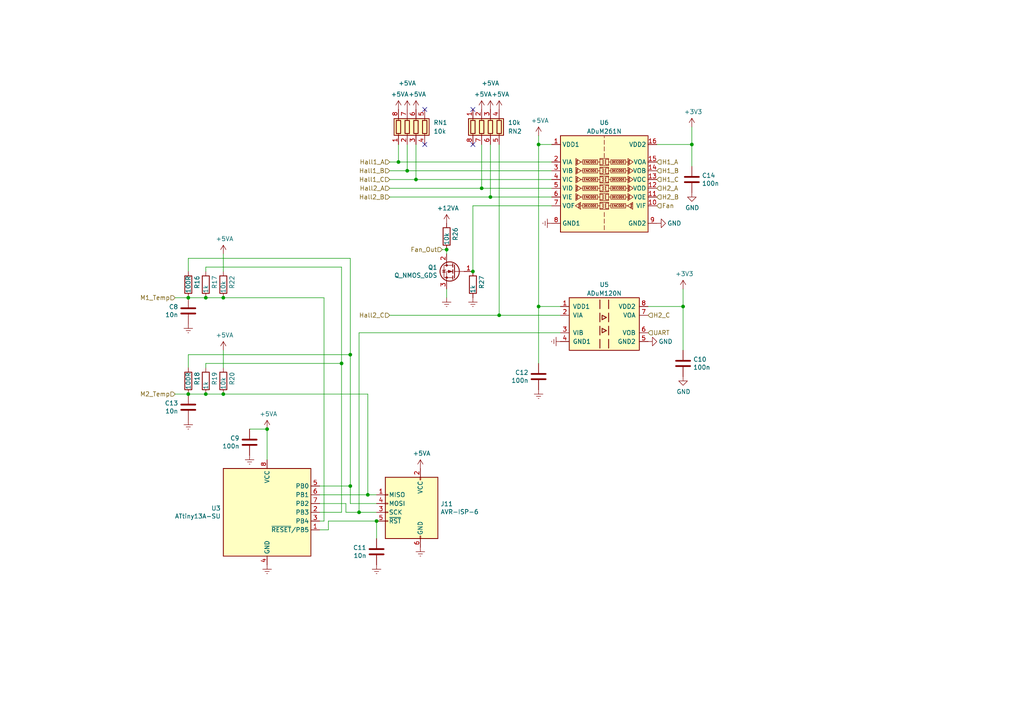
<source format=kicad_sch>
(kicad_sch (version 20230121) (generator eeschema)
  (paper "A4")
  (title_block (title "HSWR HAL Filters") (date "2017-02-05") (rev "4.0"))
  (lib_symbols
    (symbol "Connector:AVR-ISP-6" (pin_names (offset 1.016))
      (property "Reference" "J" (at -6.35 11.43 0))
      (property "Value" "AVR-ISP-6" (at 0 11.43 0))
      (symbol "AVR-ISP-6_0_1"
        (rectangle (start -2.667 -6.858) (end -2.413 -7.62))
        (rectangle (start -2.667 10.16) (end -2.413 9.398))
        (rectangle (start 7.62 -2.413) (end 6.858 -2.667))
        (rectangle (start 7.62 0.127) (end 6.858 -0.127))
        (rectangle (start 7.62 2.667) (end 6.858 2.413))
        (rectangle (start 7.62 5.207) (end 6.858 4.953))
        (rectangle (start 7.62 10.16) (end -7.62 -7.62) (stroke (width 0.254)) (fill (type background)))
      )
      (symbol "AVR-ISP-6_1_1"
        (pin passive line (at 10.16 5.08 180) (length 2.54) (name "MISO") (number "1"))
        (pin passive line (at -2.54 12.7 270) (length 2.54) (name "VCC") (number "2"))
        (pin passive line (at 10.16 0 180) (length 2.54) (name "SCK") (number "3"))
        (pin passive line (at 10.16 2.54 180) (length 2.54) (name "MOSI") (number "4"))
        (pin passive line (at 10.16 -2.54 180) (length 2.54) (name "~{RST}") (number "5"))
        (pin passive line (at -2.54 -10.16 90) (length 2.54) (name "GND") (number "6"))
      )
    )
    (symbol "Device:C" (pin_numbers hide) (pin_names (offset 0.254))
      (property "Reference" "C" (at 0.635 2.54 0))
      (property "Value" "C" (at 0.635 -2.54 0))
      (symbol "C_0_1"
        (polyline (pts (xy -2.032 -0.762) (xy 2.032 -0.762)) (stroke (width 0.508)))
        (polyline (pts (xy -2.032 0.762) (xy 2.032 0.762)) (stroke (width 0.508)))
      )
      (symbol "C_1_1"
        (pin passive line (at 0 3.81 270) (length 2.794) (name "~") (number "1"))
        (pin passive line (at 0 -3.81 90) (length 2.794) (name "~") (number "2"))
      )
    )
    (symbol "Device:Q_NMOS_GDS" (pin_names (offset 0) hide)
      (property "Reference" "Q" (at 5.08 1.27 0))
      (property "Value" "Q_NMOS_GDS" (at 5.08 -1.27 0))
      (symbol "Q_NMOS_GDS_0_1"
        (polyline (pts (xy 0.254 0) (xy -2.54 0)))
        (polyline (pts (xy 0.254 1.905) (xy 0.254 -1.905)) (stroke (width 0.254)))
        (polyline (pts (xy 0.762 -1.27) (xy 0.762 -2.286)) (stroke (width 0.254)))
        (polyline (pts (xy 0.762 0.508) (xy 0.762 -0.508)) (stroke (width 0.254)))
        (polyline (pts (xy 0.762 2.286) (xy 0.762 1.27)) (stroke (width 0.254)))
        (polyline (pts (xy 2.54 2.54) (xy 2.54 1.778)))
        (polyline (pts (xy 2.54 -2.54) (xy 2.54 0) (xy 0.762 0)))
        (polyline (pts (xy 0.762 -1.778) (xy 3.302 -1.778) (xy 3.302 1.778) (xy 0.762 1.778)))
        (polyline (pts (xy 1.016 0) (xy 2.032 0.381) (xy 2.032 -0.381) (xy 1.016 0)) (fill (type outline)))
        (polyline (pts (xy 2.794 0.508) (xy 2.921 0.381) (xy 3.683 0.381) (xy 3.81 0.254)))
        (polyline (pts (xy 3.302 0.381) (xy 2.921 -0.254) (xy 3.683 -0.254) (xy 3.302 0.381)))
        (circle (center 1.651 0) (radius 2.794) (stroke (width 0.254)))
        (circle (center 2.54 -1.778) (radius 0.254) (fill (type outline)))
        (circle (center 2.54 1.778) (radius 0.254) (fill (type outline)))
      )
      (symbol "Q_NMOS_GDS_1_1"
        (pin input line (at -5.08 0 0) (length 2.54) (name "G") (number "1"))
        (pin passive line (at 2.54 5.08 270) (length 2.54) (name "D") (number "2"))
        (pin passive line (at 2.54 -5.08 90) (length 2.54) (name "S") (number "3"))
      )
    )
    (symbol "Device:R" (pin_numbers hide) (pin_names (offset 0))
      (property "Reference" "R" (at 2.032 0 90))
      (property "Value" "R" (at 0 0 90))
      (symbol "R_0_1"
        (rectangle (start -1.016 -2.54) (end 1.016 2.54) (stroke (width 0.254)))
      )
      (symbol "R_1_1"
        (pin passive line (at 0 3.81 270) (length 1.27) (name "~") (number "1"))
        (pin passive line (at 0 -3.81 90) (length 1.27) (name "~") (number "2"))
      )
    )
    (symbol "Device:R_Pack04" (pin_names (offset 0) hide)
      (property "Reference" "RN" (at -7.62 0 90))
      (property "Value" "R_Pack04" (at 5.08 0 90))
      (symbol "R_Pack04_0_1"
        (rectangle (start -6.35 -2.413) (end 3.81 2.413) (stroke (width 0.254)) (fill (type background)))
        (rectangle (start -5.715 1.905) (end -4.445 -1.905) (stroke (width 0.254)))
        (rectangle (start -3.175 1.905) (end -1.905 -1.905) (stroke (width 0.254)))
        (rectangle (start -0.635 1.905) (end 0.635 -1.905) (stroke (width 0.254)))
        (polyline (pts (xy -5.08 -2.54) (xy -5.08 -1.905)))
        (polyline (pts (xy -5.08 1.905) (xy -5.08 2.54)))
        (polyline (pts (xy -2.54 -2.54) (xy -2.54 -1.905)))
        (polyline (pts (xy -2.54 1.905) (xy -2.54 2.54)))
        (polyline (pts (xy 0 -2.54) (xy 0 -1.905)))
        (polyline (pts (xy 0 1.905) (xy 0 2.54)))
        (polyline (pts (xy 2.54 -2.54) (xy 2.54 -1.905)))
        (polyline (pts (xy 2.54 1.905) (xy 2.54 2.54)))
        (rectangle (start 1.905 1.905) (end 3.175 -1.905) (stroke (width 0.254)))
      )
      (symbol "R_Pack04_1_1"
        (pin passive line (at -5.08 -5.08 90) (length 2.54) (name "R1.1") (number "1"))
        (pin passive line (at -2.54 -5.08 90) (length 2.54) (name "R2.1") (number "2"))
        (pin passive line (at 0 -5.08 90) (length 2.54) (name "R3.1") (number "3"))
        (pin passive line (at 2.54 -5.08 90) (length 2.54) (name "R4.1") (number "4"))
        (pin passive line (at 2.54 5.08 270) (length 2.54) (name "R4.2") (number "5"))
        (pin passive line (at 0 5.08 270) (length 2.54) (name "R3.2") (number "6"))
        (pin passive line (at -2.54 5.08 270) (length 2.54) (name "R2.2") (number "7"))
        (pin passive line (at -5.08 5.08 270) (length 2.54) (name "R1.2") (number "8"))
      )
    )
    (symbol "Isolator:ADuM120N" (pin_names (offset 1.016))
      (property "Reference" "U" (at -10.16 8.89 0))
      (property "Value" "ADuM120N" (at -2.032 8.89 0))
      (symbol "ADuM120N_0_1"
        (rectangle (start -10.16 7.62) (end 10.16 -7.62) (stroke (width 0.254)) (fill (type background)))
        (polyline (pts (xy -1.27 -4.445) (xy -1.27 -6.985)) (stroke (width 0.254)))
        (polyline (pts (xy -1.27 -0.635) (xy -1.27 -3.175)) (stroke (width 0.254)))
        (polyline (pts (xy -1.27 3.175) (xy -1.27 0.635)) (stroke (width 0.254)))
        (polyline (pts (xy -1.27 6.985) (xy -1.27 4.445)) (stroke (width 0.254)))
        (polyline (pts (xy 1.27 -4.445) (xy 1.27 -6.985)) (stroke (width 0.254)))
        (polyline (pts (xy 1.27 -0.635) (xy 1.27 -3.175)) (stroke (width 0.254)))
        (polyline (pts (xy 1.27 3.175) (xy 1.27 0.635)) (stroke (width 0.254)))
        (polyline (pts (xy 1.27 6.985) (xy 1.27 4.445)) (stroke (width 0.254)))
        (polyline (pts (xy -0.635 -1.27) (xy -0.635 -2.54) (xy 0.635 -1.905) (xy -0.635 -1.27)) (stroke (width 0.254)))
        (polyline (pts (xy -0.635 1.27) (xy 0.635 1.905) (xy -0.635 2.54) (xy -0.635 1.27)) (stroke (width 0.254)))
      )
      (symbol "ADuM120N_1_1"
        (pin power_in line (at -12.7 5.08 0) (length 2.54) (name "VDD1") (number "1"))
        (pin input line (at -12.7 2.54 0) (length 2.54) (name "VIA") (number "2"))
        (pin input line (at -12.7 -2.54 0) (length 2.54) (name "VIB") (number "3"))
        (pin power_in line (at -12.7 -5.08 0) (length 2.54) (name "GND1") (number "4"))
        (pin power_in line (at 12.7 -5.08 180) (length 2.54) (name "GND2") (number "5"))
        (pin output line (at 12.7 -2.54 180) (length 2.54) (name "VOB") (number "6"))
        (pin output line (at 12.7 2.54 180) (length 2.54) (name "VOA") (number "7"))
        (pin power_in line (at 12.7 5.08 180) (length 2.54) (name "VDD2") (number "8"))
      )
    )
    (symbol "Isolator:ADuM261N"
      (property "Reference" "U" (at -11.43 16.51 0))
      (property "Value" "ADuM261N" (at 7.62 16.51 0))
      (symbol "ADuM261N_1_0"
        (rectangle (start -1.27 -4.064) (end 1.27 -6.096))
        (rectangle (start -1.27 -1.524) (end 1.27 -3.556))
        (rectangle (start -1.27 1.016) (end 1.27 -1.016))
        (rectangle (start -1.27 3.556) (end 1.27 1.524))
        (rectangle (start -1.27 6.096) (end 1.27 4.064))
        (rectangle (start -1.27 8.636) (end 1.27 6.604))
        (arc (start -0.508 -5.842) (mid -0.2551 -5.588) (end -0.508 -5.334))
        (arc (start -0.508 -5.334) (mid -0.2551 -5.08) (end -0.508 -4.826))
        (arc (start -0.508 -4.826) (mid -0.2551 -4.572) (end -0.508 -4.318))
        (arc (start -0.508 -3.302) (mid -0.2551 -3.048) (end -0.508 -2.794))
        (arc (start -0.508 -2.794) (mid -0.2551 -2.54) (end -0.508 -2.286))
        (arc (start -0.508 -2.286) (mid -0.2551 -2.032) (end -0.508 -1.778))
        (arc (start -0.508 -0.762) (mid -0.2551 -0.508) (end -0.508 -0.254))
        (arc (start -0.508 -0.254) (mid -0.2551 0) (end -0.508 0.254))
        (arc (start -0.508 0.254) (mid -0.2551 0.508) (end -0.508 0.762))
        (arc (start -0.508 1.778) (mid -0.2551 2.032) (end -0.508 2.286))
        (arc (start -0.508 2.286) (mid -0.2551 2.54) (end -0.508 2.794))
        (arc (start -0.508 2.794) (mid -0.2551 3.048) (end -0.508 3.302))
        (arc (start -0.508 4.318) (mid -0.2551 4.572) (end -0.508 4.826))
        (arc (start -0.508 4.826) (mid -0.2551 5.08) (end -0.508 5.334))
        (arc (start -0.508 5.334) (mid -0.2551 5.588) (end -0.508 5.842))
        (arc (start -0.508 6.858) (mid -0.2551 7.112) (end -0.508 7.366))
        (arc (start -0.508 7.366) (mid -0.2551 7.62) (end -0.508 7.874))
        (arc (start -0.508 7.874) (mid -0.2551 8.128) (end -0.508 8.382))
        (polyline (pts (xy -6.223 -5.08) (xy -6.858 -5.08)))
        (polyline (pts (xy -6.223 -2.54) (xy -6.858 -2.54)))
        (polyline (pts (xy -6.223 0) (xy -6.858 0)))
        (polyline (pts (xy -6.223 2.54) (xy -6.858 2.54)))
        (polyline (pts (xy -6.223 5.08) (xy -6.858 5.08)))
        (polyline (pts (xy -6.223 7.62) (xy -6.858 7.62)))
        (polyline (pts (xy -1.905 -5.08) (xy -1.27 -5.08)))
        (polyline (pts (xy -1.905 -2.54) (xy -1.27 -2.54)))
        (polyline (pts (xy -1.905 0) (xy -1.27 0)))
        (polyline (pts (xy -1.905 2.54) (xy -1.27 2.54)))
        (polyline (pts (xy -1.905 5.08) (xy -1.27 5.08)))
        (polyline (pts (xy -1.905 7.62) (xy -1.27 7.62)))
        (polyline (pts (xy -1.27 -5.842) (xy -0.508 -5.842)))
        (polyline (pts (xy -1.27 -4.318) (xy -0.508 -4.318)))
        (polyline (pts (xy -1.27 -3.302) (xy -0.508 -3.302)))
        (polyline (pts (xy -1.27 -1.778) (xy -0.508 -1.778)))
        (polyline (pts (xy -1.27 -0.762) (xy -0.508 -0.762)))
        (polyline (pts (xy -1.27 0.762) (xy -0.508 0.762)))
        (polyline (pts (xy -1.27 1.778) (xy -0.508 1.778)))
        (polyline (pts (xy -1.27 3.302) (xy -0.508 3.302)))
        (polyline (pts (xy -1.27 4.318) (xy -0.508 4.318)))
        (polyline (pts (xy -1.27 5.842) (xy -0.508 5.842)))
        (polyline (pts (xy -1.27 6.858) (xy -0.508 6.858)))
        (polyline (pts (xy -1.27 8.382) (xy -0.508 8.382)))
        (polyline (pts (xy 0 -10.795) (xy 0 -12.065)))
        (polyline (pts (xy 0 -8.89) (xy 0 -10.16)))
        (polyline (pts (xy 0 -6.985) (xy 0 -8.255)))
        (polyline (pts (xy 0 8.89) (xy 0 10.16)))
        (polyline (pts (xy 0 12.065) (xy 0 10.795)))
        (polyline (pts (xy 0 13.97) (xy 0 12.7)))
        (polyline (pts (xy 0 14.605) (xy 0 15.24)))
        (polyline (pts (xy 1.27 -5.842) (xy 0.508 -5.842)))
        (polyline (pts (xy 1.27 -4.318) (xy 0.508 -4.318)))
        (polyline (pts (xy 1.27 -3.302) (xy 0.508 -3.302)))
        (polyline (pts (xy 1.27 -1.778) (xy 0.508 -1.778)))
        (polyline (pts (xy 1.27 -0.762) (xy 0.508 -0.762)))
        (polyline (pts (xy 1.27 0.762) (xy 0.508 0.762)))
        (polyline (pts (xy 1.27 1.778) (xy 0.508 1.778)))
        (polyline (pts (xy 1.27 3.302) (xy 0.508 3.302)))
        (polyline (pts (xy 1.27 4.318) (xy 0.508 4.318)))
        (polyline (pts (xy 1.27 5.842) (xy 0.508 5.842)))
        (polyline (pts (xy 1.27 6.858) (xy 0.508 6.858)))
        (polyline (pts (xy 1.27 8.382) (xy 0.508 8.382)))
        (polyline (pts (xy 1.905 -5.08) (xy 1.27 -5.08)))
        (polyline (pts (xy 1.905 -2.54) (xy 1.27 -2.54)))
        (polyline (pts (xy 1.905 0) (xy 1.27 0)))
        (polyline (pts (xy 1.905 2.54) (xy 1.27 2.54)))
        (polyline (pts (xy 1.905 5.08) (xy 1.27 5.08)))
        (polyline (pts (xy 1.905 7.62) (xy 1.27 7.62)))
        (polyline (pts (xy 6.223 -5.08) (xy 6.858 -5.08)))
        (polyline (pts (xy 6.223 -2.54) (xy 6.858 -2.54)))
        (polyline (pts (xy 6.223 0) (xy 6.858 0)))
        (polyline (pts (xy 6.223 2.54) (xy 6.858 2.54)))
        (polyline (pts (xy 6.223 5.08) (xy 6.858 5.08)))
        (polyline (pts (xy 6.223 7.62) (xy 6.858 7.62)))
        (arc (start 0.508 -5.334) (mid 0.2551 -5.588) (end 0.508 -5.842))
        (arc (start 0.508 -4.826) (mid 0.2551 -5.08) (end 0.508 -5.334))
        (arc (start 0.508 -4.318) (mid 0.2551 -4.572) (end 0.508 -4.826))
        (arc (start 0.508 -2.794) (mid 0.2551 -3.048) (end 0.508 -3.302))
        (arc (start 0.508 -2.286) (mid 0.2551 -2.54) (end 0.508 -2.794))
        (arc (start 0.508 -1.778) (mid 0.2551 -2.032) (end 0.508 -2.286))
        (arc (start 0.508 -0.254) (mid 0.2551 -0.508) (end 0.508 -0.762))
        (arc (start 0.508 0.254) (mid 0.2551 0) (end 0.508 -0.254))
        (arc (start 0.508 0.762) (mid 0.2551 0.508) (end 0.508 0.254))
        (arc (start 0.508 2.286) (mid 0.2551 2.032) (end 0.508 1.778))
        (arc (start 0.508 2.794) (mid 0.2551 2.54) (end 0.508 2.286))
        (arc (start 0.508 3.302) (mid 0.2551 3.048) (end 0.508 2.794))
        (arc (start 0.508 4.826) (mid 0.2551 4.572) (end 0.508 4.318))
        (arc (start 0.508 5.334) (mid 0.2551 5.08) (end 0.508 4.826))
        (arc (start 0.508 5.842) (mid 0.2551 5.588) (end 0.508 5.334))
        (arc (start 0.508 7.366) (mid 0.2551 7.112) (end 0.508 6.858))
        (arc (start 0.508 7.874) (mid 0.2551 7.62) (end 0.508 7.366))
        (arc (start 0.508 8.382) (mid 0.2551 8.128) (end 0.508 7.874))
        (rectangle (start 1.905 -4.445) (end 6.223 -5.715))
        (rectangle (start 1.905 -1.905) (end 6.223 -3.175))
        (rectangle (start 1.905 0.635) (end 6.223 -0.635))
        (rectangle (start 1.905 3.175) (end 6.223 1.905))
        (rectangle (start 1.905 5.715) (end 6.223 4.445))
        (rectangle (start 1.905 8.255) (end 6.223 6.985))
        (text "DECODE" (at -4.064 -5.08 0) (effects (font (size 0.635 0.635))))
        (text "DECODE" (at 4.064 -2.54 0) (effects (font (size 0.635 0.635))))
        (text "DECODE" (at 4.064 0 0) (effects (font (size 0.635 0.635))))
        (text "DECODE" (at 4.064 2.54 0) (effects (font (size 0.635 0.635))))
        (text "DECODE" (at 4.064 5.08 0) (effects (font (size 0.635 0.635))))
        (text "DECODE" (at 4.064 7.62 0) (effects (font (size 0.635 0.635))))
        (text "ENCODE" (at -4.064 -2.54 0) (effects (font (size 0.635 0.635))))
        (text "ENCODE" (at -4.064 0 0) (effects (font (size 0.635 0.635))))
        (text "ENCODE" (at -4.064 2.54 0) (effects (font (size 0.635 0.635))))
        (text "ENCODE" (at -4.064 5.08 0) (effects (font (size 0.635 0.635))))
        (text "ENCODE" (at -4.064 7.62 0) (effects (font (size 0.635 0.635))))
        (text "ENCODE" (at 4.064 -5.08 0) (effects (font (size 0.635 0.635))))
      )
      (symbol "ADuM261N_1_1"
        (rectangle (start -12.7 15.24) (end 12.7 -12.7) (stroke (width 0.254)) (fill (type background)))
        (rectangle (start -1.905 -4.445) (end -6.223 -5.715))
        (rectangle (start -1.905 -1.905) (end -6.223 -3.175))
        (rectangle (start -1.905 0.635) (end -6.223 -0.635))
        (rectangle (start -1.905 3.175) (end -6.223 1.905))
        (rectangle (start -1.905 5.715) (end -6.223 4.445))
        (rectangle (start -1.905 8.255) (end -6.223 6.985))
        (polyline (pts (xy -8.001 -2.032) (xy -7.62 -2.032)))
        (polyline (pts (xy -8.001 0.508) (xy -7.62 0.508)))
        (polyline (pts (xy -8.001 3.048) (xy -7.62 3.048)))
        (polyline (pts (xy -8.001 5.588) (xy -7.62 5.588)))
        (polyline (pts (xy -8.001 8.128) (xy -7.62 8.128)))
        (polyline (pts (xy -7.366 -4.572) (xy -6.985 -4.572)))
        (polyline (pts (xy 7.112 -2.032) (xy 7.493 -2.032)))
        (polyline (pts (xy 7.112 0.508) (xy 7.493 0.508)))
        (polyline (pts (xy 7.112 3.048) (xy 7.493 3.048)))
        (polyline (pts (xy 7.112 5.588) (xy 7.493 5.588)))
        (polyline (pts (xy 7.112 8.128) (xy 7.493 8.128)))
        (polyline (pts (xy 7.747 -4.572) (xy 8.128 -4.572)))
        (polyline (pts (xy -8.0518 -3.048) (xy -7.7978 -3.048) (xy -7.7978 -2.032)))
        (polyline (pts (xy -8.0518 -0.508) (xy -7.7978 -0.508) (xy -7.7978 0.508)))
        (polyline (pts (xy -8.0518 2.032) (xy -7.7978 2.032) (xy -7.7978 3.048)))
        (polyline (pts (xy -8.0518 4.572) (xy -7.7978 4.572) (xy -7.7978 5.588)))
        (polyline (pts (xy -8.0518 7.112) (xy -7.7978 7.112) (xy -7.7978 8.128)))
        (polyline (pts (xy -8.001 -2.032) (xy -8.001 -3.048) (xy -8.128 -3.048)))
        (polyline (pts (xy -8.001 0.508) (xy -8.001 -0.508) (xy -8.128 -0.508)))
        (polyline (pts (xy -8.001 3.048) (xy -8.001 2.032) (xy -8.128 2.032)))
        (polyline (pts (xy -8.001 5.588) (xy -8.001 4.572) (xy -8.128 4.572)))
        (polyline (pts (xy -8.001 8.128) (xy -8.001 7.112) (xy -8.128 7.112)))
        (polyline (pts (xy -7.4168 -5.588) (xy -7.1628 -5.588) (xy -7.1628 -4.572)))
        (polyline (pts (xy -7.366 -4.572) (xy -7.366 -5.588) (xy -7.493 -5.588)))
        (polyline (pts (xy 7.0612 -3.048) (xy 7.3152 -3.048) (xy 7.3152 -2.032)))
        (polyline (pts (xy 7.0612 -0.508) (xy 7.3152 -0.508) (xy 7.3152 0.508)))
        (polyline (pts (xy 7.0612 2.032) (xy 7.3152 2.032) (xy 7.3152 3.048)))
        (polyline (pts (xy 7.0612 4.572) (xy 7.3152 4.572) (xy 7.3152 5.588)))
        (polyline (pts (xy 7.0612 7.112) (xy 7.3152 7.112) (xy 7.3152 8.128)))
        (polyline (pts (xy 7.112 -2.032) (xy 7.112 -3.048) (xy 6.985 -3.048)))
        (polyline (pts (xy 7.112 0.508) (xy 7.112 -0.508) (xy 6.985 -0.508)))
        (polyline (pts (xy 7.112 3.048) (xy 7.112 2.032) (xy 6.985 2.032)))
        (polyline (pts (xy 7.112 5.588) (xy 7.112 4.572) (xy 6.985 4.572)))
        (polyline (pts (xy 7.112 8.128) (xy 7.112 7.112) (xy 6.985 7.112)))
        (polyline (pts (xy 7.6962 -5.588) (xy 7.9502 -5.588) (xy 7.9502 -4.572)))
        (polyline (pts (xy 7.747 -4.572) (xy 7.747 -5.588) (xy 7.62 -5.588)))
        (polyline (pts (xy -8.382 -5.08) (xy -6.858 -4.064) (xy -6.858 -6.096) (xy -8.382 -5.08)))
        (polyline (pts (xy -6.731 -2.54) (xy -8.255 -1.524) (xy -8.255 -3.556) (xy -6.731 -2.54)))
        (polyline (pts (xy -6.731 0) (xy -8.255 1.016) (xy -8.255 -1.016) (xy -6.731 0)))
        (polyline (pts (xy -6.731 2.54) (xy -8.255 3.556) (xy -8.255 1.524) (xy -6.731 2.54)))
        (polyline (pts (xy -6.731 5.08) (xy -8.255 6.096) (xy -8.255 4.064) (xy -6.731 5.08)))
        (polyline (pts (xy -6.731 7.62) (xy -8.255 8.636) (xy -8.255 6.604) (xy -6.731 7.62)))
        (polyline (pts (xy 6.731 -5.08) (xy 8.255 -4.064) (xy 8.255 -6.096) (xy 6.731 -5.08)))
        (polyline (pts (xy 8.382 -2.54) (xy 6.858 -1.524) (xy 6.858 -3.556) (xy 8.382 -2.54)))
        (polyline (pts (xy 8.382 0) (xy 6.858 1.016) (xy 6.858 -1.016) (xy 8.382 0)))
        (polyline (pts (xy 8.382 2.54) (xy 6.858 3.556) (xy 6.858 1.524) (xy 8.382 2.54)))
        (polyline (pts (xy 8.382 5.08) (xy 6.858 6.096) (xy 6.858 4.064) (xy 8.382 5.08)))
        (polyline (pts (xy 8.382 7.62) (xy 6.858 8.636) (xy 6.858 6.604) (xy 8.382 7.62)))
        (pin power_in line (at -15.24 12.7 0) (length 2.54) (name "VDD1") (number "1"))
        (pin input line (at 15.24 -5.08 180) (length 2.54) (name "VIF") (number "10"))
        (pin output line (at 15.24 -2.54 180) (length 2.54) (name "VOE") (number "11"))
        (pin output line (at 15.24 0 180) (length 2.54) (name "VOD") (number "12"))
        (pin output line (at 15.24 2.54 180) (length 2.54) (name "VOC") (number "13"))
        (pin output line (at 15.24 5.08 180) (length 2.54) (name "VOB") (number "14"))
        (pin output line (at 15.24 7.62 180) (length 2.54) (name "VOA") (number "15"))
        (pin power_in line (at 15.24 12.7 180) (length 2.54) (name "VDD2") (number "16"))
        (pin input line (at -15.24 7.62 0) (length 2.54) (name "VIA") (number "2"))
        (pin input line (at -15.24 5.08 0) (length 2.54) (name "VIB") (number "3"))
        (pin input line (at -15.24 2.54 0) (length 2.54) (name "VIC") (number "4"))
        (pin input line (at -15.24 0 0) (length 2.54) (name "VID") (number "5"))
        (pin input line (at -15.24 -2.54 0) (length 2.54) (name "VIE") (number "6"))
        (pin output line (at -15.24 -5.08 0) (length 2.54) (name "VOF") (number "7"))
        (pin power_in line (at -15.24 -10.16 0) (length 2.54) (name "GND1") (number "8"))
        (pin power_in line (at 15.24 -10.16 180) (length 2.54) (name "GND2") (number "9"))
      )
    )
    (symbol "MCU_Microchip_ATtiny:ATtiny13-20S"
      (property "Reference" "U" (at -12.7 13.97 0))
      (property "Value" "ATtiny13-20S" (at 2.54 -13.97 0))
      (symbol "ATtiny13-20S_0_1"
        (rectangle (start -12.7 -12.7) (end 12.7 12.7) (stroke (width 0.254)) (fill (type background)))
      )
      (symbol "ATtiny13-20S_1_1"
        (pin bidirectional line (at 15.24 -5.08 180) (length 2.54) (name "~{RESET}/PB5") (number "1"))
        (pin bidirectional line (at 15.24 0 180) (length 2.54) (name "PB3") (number "2"))
        (pin bidirectional line (at 15.24 -2.54 180) (length 2.54) (name "PB4") (number "3"))
        (pin power_in line (at 0 -15.24 90) (length 2.54) (name "GND") (number "4"))
        (pin bidirectional line (at 15.24 7.62 180) (length 2.54) (name "PB0") (number "5"))
        (pin bidirectional line (at 15.24 5.08 180) (length 2.54) (name "PB1") (number "6"))
        (pin bidirectional line (at 15.24 2.54 180) (length 2.54) (name "PB2") (number "7"))
        (pin power_in line (at 0 15.24 270) (length 2.54) (name "VCC") (number "8"))
      )
    )
    (symbol "power:+12VA" (power) (pin_names (offset 0))
      (property "Value" "+12VA" (at 0 3.556 0))
      (symbol "+12VA_0_1"
        (polyline (pts (xy -0.762 1.27) (xy 0 2.54)))
        (polyline (pts (xy 0 0) (xy 0 2.54)))
        (polyline (pts (xy 0 2.54) (xy 0.762 1.27)))
      )
      (symbol "+12VA_1_1"
        (pin power_in line (at 0 0 90) (length 0) hide (name "+12VA") (number "1"))
      )
    )
    (symbol "power:+3V3" (power) (pin_names (offset 0))
      (property "Value" "+3V3" (at 0 3.556 0))
      (symbol "+3V3_0_1"
        (polyline (pts (xy -0.762 1.27) (xy 0 2.54)))
        (polyline (pts (xy 0 0) (xy 0 2.54)))
        (polyline (pts (xy 0 2.54) (xy 0.762 1.27)))
      )
      (symbol "+3V3_1_1"
        (pin power_in line (at 0 0 90) (length 0) hide (name "+3V3") (number "1"))
      )
    )
    (symbol "power:+5VA" (power) (pin_names (offset 0))
      (property "Value" "+5VA" (at 0 3.556 0))
      (symbol "+5VA_0_1"
        (polyline (pts (xy -0.762 1.27) (xy 0 2.54)))
        (polyline (pts (xy 0 0) (xy 0 2.54)))
        (polyline (pts (xy 0 2.54) (xy 0.762 1.27)))
      )
      (symbol "+5VA_1_1"
        (pin power_in line (at 0 0 90) (length 0) hide (name "+5VA") (number "1"))
      )
    )
    (symbol "power:Earth" (power) (pin_names (offset 0))
      (symbol "Earth_0_1"
        (polyline (pts (xy -0.635 -1.905) (xy 0.635 -1.905)))
        (polyline (pts (xy -0.127 -2.54) (xy 0.127 -2.54)))
        (polyline (pts (xy 0 -1.27) (xy 0 0)))
        (polyline (pts (xy 1.27 -1.27) (xy -1.27 -1.27)))
      )
      (symbol "Earth_1_1"
        (pin power_in line (at 0 0 270) (length 0) hide (name "Earth") (number "1"))
      )
    )
    (symbol "power:GND" (power) (pin_names (offset 0))
      (property "Value" "GND" (at 0 -3.81 0))
      (symbol "GND_0_1"
        (polyline (pts (xy 0 0) (xy 0 -1.27) (xy 1.27 -1.27) (xy 0 -2.54) (xy -1.27 -1.27) (xy 0 -1.27)))
      )
      (symbol "GND_1_1"
        (pin power_in line (at 0 0 270) (length 0) hide (name "GND") (number "1"))
      )
    )
  )
  (junction (at 109.22 151.13))
  (junction (at 64.77 114.3))
  (junction (at 142.24 57.15))
  (junction (at 115.57 46.99))
  (junction (at 64.77 86.36))
  (junction (at 101.6 140.97))
  (junction (at 59.69 86.36))
  (junction (at 129.54 72.39))
  (junction (at 156.21 88.9))
  (junction (at 137.16 78.74))
  (junction (at 156.21 41.91))
  (junction (at 77.47 124.46))
  (junction (at 200.66 41.91))
  (junction (at 54.61 86.36))
  (junction (at 120.65 52.07))
  (junction (at 118.11 49.53))
  (junction (at 198.12 88.9))
  (junction (at 101.6 102.87))
  (junction (at 104.14 148.59))
  (junction (at 144.78 91.44))
  (junction (at 106.68 143.51))
  (junction (at 99.06 105.41))
  (junction (at 139.7 54.61))
  (junction (at 59.69 114.3))
  (junction (at 54.61 114.3))
  (no_connect (at 137.16 41.91))
  (no_connect (at 123.19 41.91))
  (no_connect (at 123.19 31.75))
  (no_connect (at 137.16 31.75))
  (wire (pts (xy 190.5 41.91) (xy 200.66 41.91)))
  (wire (pts (xy 129.54 83.82) (xy 129.54 86.36)))
  (wire (pts (xy 142.24 41.91) (xy 142.24 57.15)))
  (wire (pts (xy 100.33 146.05) (xy 92.71 146.05)))
  (wire (pts (xy 200.66 36.83) (xy 200.66 41.91)))
  (wire (pts (xy 137.16 59.69) (xy 160.02 59.69)))
  (wire (pts (xy 54.61 102.87) (xy 54.61 106.68)))
  (wire (pts (xy 101.6 74.93) (xy 54.61 74.93)))
  (wire (pts (xy 106.68 114.3) (xy 64.77 114.3)))
  (wire (pts (xy 50.8 114.3) (xy 54.61 114.3)))
  (wire (pts (xy 109.22 148.59) (xy 104.14 148.59)))
  (wire (pts (xy 99.06 77.47) (xy 59.69 77.47)))
  (wire (pts (xy 93.98 86.36) (xy 93.98 151.13)))
  (wire (pts (xy 50.8 86.36) (xy 54.61 86.36)))
  (wire (pts (xy 113.03 91.44) (xy 144.78 91.44)))
  (wire (pts (xy 156.21 88.9) (xy 162.56 88.9)))
  (wire (pts (xy 156.21 105.41) (xy 156.21 88.9)))
  (wire (pts (xy 156.21 39.37) (xy 156.21 41.91)))
  (wire (pts (xy 92.71 153.67) (xy 95.25 153.67)))
  (wire (pts (xy 101.6 146.05) (xy 101.6 140.97)))
  (wire (pts (xy 139.7 54.61) (xy 160.02 54.61)))
  (wire (pts (xy 144.78 41.91) (xy 144.78 91.44)))
  (wire (pts (xy 101.6 146.05) (xy 109.22 146.05)))
  (wire (pts (xy 100.33 148.59) (xy 100.33 146.05)))
  (wire (pts (xy 120.65 41.91) (xy 120.65 52.07)))
  (wire (pts (xy 64.77 86.36) (xy 59.69 86.36)))
  (wire (pts (xy 120.65 52.07) (xy 160.02 52.07)))
  (wire (pts (xy 93.98 151.13) (xy 92.71 151.13)))
  (wire (pts (xy 115.57 41.91) (xy 115.57 46.99)))
  (wire (pts (xy 128.27 72.39) (xy 129.54 72.39)))
  (wire (pts (xy 142.24 57.15) (xy 160.02 57.15)))
  (wire (pts (xy 64.77 114.3) (xy 59.69 114.3)))
  (wire (pts (xy 95.25 151.13) (xy 95.25 153.67)))
  (wire (pts (xy 113.03 57.15) (xy 142.24 57.15)))
  (wire (pts (xy 144.78 91.44) (xy 162.56 91.44)))
  (wire (pts (xy 64.77 101.6) (xy 64.77 106.68)))
  (wire (pts (xy 77.47 124.46) (xy 72.39 124.46)))
  (wire (pts (xy 101.6 140.97) (xy 92.71 140.97)))
  (wire (pts (xy 59.69 86.36) (xy 54.61 86.36)))
  (wire (pts (xy 59.69 77.47) (xy 59.69 78.74)))
  (wire (pts (xy 139.7 41.91) (xy 139.7 54.61)))
  (wire (pts (xy 200.66 41.91) (xy 200.66 48.26)))
  (wire (pts (xy 59.69 105.41) (xy 59.69 106.68)))
  (wire (pts (xy 104.14 96.52) (xy 162.56 96.52)))
  (wire (pts (xy 113.03 49.53) (xy 118.11 49.53)))
  (wire (pts (xy 198.12 83.82) (xy 198.12 88.9)))
  (wire (pts (xy 64.77 73.66) (xy 64.77 78.74)))
  (wire (pts (xy 59.69 105.41) (xy 99.06 105.41)))
  (wire (pts (xy 113.03 54.61) (xy 139.7 54.61)))
  (wire (pts (xy 115.57 46.99) (xy 160.02 46.99)))
  (wire (pts (xy 109.22 156.21) (xy 109.22 151.13)))
  (wire (pts (xy 106.68 114.3) (xy 106.68 143.51)))
  (wire (pts (xy 156.21 88.9) (xy 156.21 41.91)))
  (wire (pts (xy 109.22 151.13) (xy 95.25 151.13)))
  (wire (pts (xy 101.6 102.87) (xy 101.6 74.93)))
  (wire (pts (xy 156.21 41.91) (xy 160.02 41.91)))
  (wire (pts (xy 99.06 148.59) (xy 99.06 105.41)))
  (wire (pts (xy 113.03 52.07) (xy 120.65 52.07)))
  (wire (pts (xy 118.11 49.53) (xy 160.02 49.53)))
  (wire (pts (xy 104.14 96.52) (xy 104.14 148.59)))
  (wire (pts (xy 104.14 148.59) (xy 100.33 148.59)))
  (wire (pts (xy 54.61 102.87) (xy 101.6 102.87)))
  (wire (pts (xy 64.77 86.36) (xy 93.98 86.36)))
  (wire (pts (xy 129.54 72.39) (xy 129.54 73.66)))
  (wire (pts (xy 187.96 88.9) (xy 198.12 88.9)))
  (wire (pts (xy 92.71 148.59) (xy 99.06 148.59)))
  (wire (pts (xy 77.47 124.46) (xy 77.47 133.35)))
  (wire (pts (xy 137.16 78.74) (xy 137.16 59.69)))
  (wire (pts (xy 118.11 41.91) (xy 118.11 49.53)))
  (wire (pts (xy 106.68 143.51) (xy 109.22 143.51)))
  (wire (pts (xy 99.06 105.41) (xy 99.06 77.47)))
  (wire (pts (xy 113.03 46.99) (xy 115.57 46.99)))
  (wire (pts (xy 92.71 143.51) (xy 106.68 143.51)))
  (wire (pts (xy 59.69 114.3) (xy 54.61 114.3)))
  (wire (pts (xy 198.12 88.9) (xy 198.12 101.6)))
  (wire (pts (xy 54.61 74.93) (xy 54.61 78.74)))
  (wire (pts (xy 101.6 140.97) (xy 101.6 102.87)))
  (hierarchical_label "M1_Temp" (shape input) (at 50.8 86.36 180))
  (hierarchical_label "H1_A" (shape input) (at 190.5 46.99 0))
  (hierarchical_label "Fan_Out" (shape input) (at 128.27 72.39 180))
  (hierarchical_label "Hall2_B" (shape input) (at 113.03 57.15 180))
  (hierarchical_label "Hall1_B" (shape input) (at 113.03 49.53 180))
  (hierarchical_label "Hall2_A" (shape input) (at 113.03 54.61 180))
  (hierarchical_label "H1_B" (shape input) (at 190.5 49.53 0))
  (hierarchical_label "Fan" (shape input) (at 190.5 59.69 0))
  (hierarchical_label "H2_C" (shape input) (at 187.96 91.44 0))
  (hierarchical_label "H2_B" (shape input) (at 190.5 57.15 0))
  (hierarchical_label "Hall1_C" (shape input) (at 113.03 52.07 180))
  (hierarchical_label "H2_A" (shape input) (at 190.5 54.61 0))
  (hierarchical_label "Hall1_A" (shape input) (at 113.03 46.99 180))
  (hierarchical_label "Hall2_C" (shape input) (at 113.03 91.44 180))
  (hierarchical_label "UART" (shape input) (at 187.96 96.52 0))
  (hierarchical_label "M2_Temp" (shape input) (at 50.8 114.3 180))
  (hierarchical_label "H1_C" (shape input) (at 190.5 52.07 0))
  (symbol (lib_id "power:+3V3") (at 200.66 36.83 0) (unit 1)
    (property "Reference" "#PWR066" (effects hide))
    (property "Value" "+3V3" (at 201.041 32.4358 0))
  )
  (symbol (lib_id "Device:C") (at 200.66 52.07 0) (unit 1)
    (property "Reference" "C14" (at 203.581 50.9016 0) (effects (justify left)))
    (property "Value" "100n" (at 203.581 53.213 0) (effects (justify left)))
    (property "Footprint" "Capacitor_SMD:C_0805_2012Metric" (effects hide))
  )
  (symbol (lib_id "power:GND") (at 200.66 55.88 0) (unit 1)
    (property "Reference" "#PWR067" (effects hide))
    (property "Value" "GND" (at 200.787 60.2742 0))
  )
  (symbol (lib_id "power:+5VA") (at 156.21 39.37 0) (unit 1)
    (property "Reference" "#PWR053" (effects hide))
    (property "Value" "+5VA" (at 156.591 34.9758 0))
  )
  (symbol (lib_id "Device:C") (at 156.21 109.22 0) (mirror y) (unit 1)
    (property "Reference" "C12" (at 153.289 108.0516 0) (effects (justify left)))
    (property "Value" "100n" (at 153.289 110.363 0) (effects (justify left)))
    (property "Footprint" "Capacitor_SMD:C_0805_2012Metric" (effects hide))
  )
  (symbol (lib_id "power:Earth") (at 156.21 113.03 0) (unit 1)
    (property "Reference" "#PWR054" (effects hide))
    (property "Value" "Earth" (effects hide))
  )
  (symbol (lib_id "power:Earth") (at 160.02 64.77 270) (unit 1)
    (property "Reference" "#PWR057" (effects hide))
    (property "Value" "Earth" (effects hide))
  )
  (symbol (lib_id "power:Earth") (at 129.54 86.36 0) (unit 1)
    (property "Reference" "#PWR052" (effects hide))
    (property "Value" "Earth" (effects hide))
  )
  (symbol (lib_id "Device:R") (at 137.16 82.55 0) (unit 1)
    (property "Reference" "R27" (at 139.7 83.82 90) (effects (justify left)))
    (property "Value" "1k" (at 137.16 85.09 90) (effects (justify left)))
    (property "Footprint" "Resistor_SMD:R_0805_2012Metric" (effects hide))
  )
  (symbol (lib_id "Device:C") (at 109.22 160.02 0) (mirror y) (unit 1)
    (property "Reference" "C11" (at 106.299 158.8516 0) (effects (justify left)))
    (property "Value" "10n" (at 106.299 161.163 0) (effects (justify left)))
    (property "Footprint" "Capacitor_SMD:C_0805_2012Metric" (effects hide))
  )
  (symbol (lib_id "power:Earth") (at 109.22 163.83 0) (unit 1)
    (property "Reference" "#PWR050" (effects hide))
    (property "Value" "Earth" (effects hide))
  )
  (symbol (lib_id "Device:C") (at 54.61 90.17 0) (mirror y) (unit 1)
    (property "Reference" "C8" (at 51.689 89.0016 0) (effects (justify left)))
    (property "Value" "10n" (at 51.689 91.313 0) (effects (justify left)))
    (property "Footprint" "Capacitor_SMD:C_0805_2012Metric" (effects hide))
  )
  (symbol (lib_id "power:Earth") (at 54.61 93.98 0) (unit 1)
    (property "Reference" "#PWR039" (effects hide))
    (property "Value" "Earth" (effects hide))
  )
  (symbol (lib_id "power:Earth") (at 137.16 86.36 0) (unit 1)
    (property "Reference" "#PWR061" (effects hide))
    (property "Value" "Earth" (effects hide))
  )
  (symbol (lib_id "MCU_Microchip_ATtiny:ATtiny13-20S") (at 77.47 148.59 0) (unit 1)
    (property "Reference" "U3" (at 64.0334 147.4216 0) (effects (justify right)))
    (property "Value" "ATtiny13A-SU" (at 64.0334 149.733 0) (effects (justify right)))
    (property "Footprint" "Package_SO:SO-8_5.3x6.2mm_P1.27mm" (effects hide))
    (property "Datasheet" "http://ww1.microchip.com/downloads/en/DeviceDoc/doc8126.pdf" (effects hide))
  )
  (symbol (lib_id "Device:R") (at 59.69 82.55 0) (unit 1)
    (property "Reference" "R17" (at 62.23 83.82 90) (effects (justify left)))
    (property "Value" "1k" (at 59.69 85.09 90) (effects (justify left)))
    (property "Footprint" "Resistor_SMD:R_0805_2012Metric" (effects hide))
  )
  (symbol (lib_id "Device:R") (at 64.77 82.55 0) (unit 1)
    (property "Reference" "R22" (at 67.31 83.82 90) (effects (justify left)))
    (property "Value" "10k" (at 64.77 85.09 90) (effects (justify left)))
    (property "Footprint" "Resistor_SMD:R_0805_2012Metric" (effects hide))
  )
  (symbol (lib_id "Device:R") (at 54.61 82.55 0) (unit 1)
    (property "Reference" "R16" (at 57.15 83.82 90) (effects (justify left)))
    (property "Value" "100R" (at 54.61 85.09 90) (effects (justify left)))
    (property "Footprint" "Resistor_SMD:R_0805_2012Metric" (effects hide))
  )
  (symbol (lib_id "power:Earth") (at 77.47 163.83 0) (unit 1)
    (property "Reference" "#PWR044" (effects hide))
    (property "Value" "Earth" (effects hide))
  )
  (symbol (lib_id "power:+5VA") (at 77.47 124.46 0) (unit 1)
    (property "Reference" "#PWR043" (effects hide))
    (property "Value" "+5VA" (at 77.851 120.0658 0))
  )
  (symbol (lib_id "Device:C") (at 72.39 128.27 0) (mirror y) (unit 1)
    (property "Reference" "C9" (at 69.469 127.1016 0) (effects (justify left)))
    (property "Value" "100n" (at 69.469 129.413 0) (effects (justify left)))
    (property "Footprint" "Capacitor_SMD:C_0805_2012Metric" (effects hide))
  )
  (symbol (lib_id "power:Earth") (at 72.39 132.08 0) (unit 1)
    (property "Reference" "#PWR041" (effects hide))
    (property "Value" "Earth" (effects hide))
  )
  (symbol (lib_id "power:+5VA") (at 64.77 73.66 0) (unit 1)
    (property "Reference" "#PWR040" (effects hide))
    (property "Value" "+5VA" (at 65.151 69.2658 0))
  )
  (symbol (lib_id "Device:Q_NMOS_GDS") (at 132.08 78.74 0) (mirror y) (unit 1)
    (property "Reference" "Q1" (at 126.873 77.5716 0) (effects (justify left)))
    (property "Value" "Q_NMOS_GDS" (at 126.873 79.883 0) (effects (justify left)))
    (property "Footprint" "Package_TO_SOT_SMD:SOT-223-3_TabPin2" (effects hide))
  )
  (symbol (lib_id "Device:R") (at 129.54 68.58 0) (unit 1)
    (property "Reference" "R26" (at 132.08 69.85 90) (effects (justify left)))
    (property "Value" "10k" (at 129.54 71.12 90) (effects (justify left)))
    (property "Footprint" "Resistor_SMD:R_0805_2012Metric" (effects hide))
  )
  (symbol (lib_id "power:+12VA") (at 129.54 64.77 0) (unit 1)
    (property "Reference" "#PWR051" (effects hide))
    (property "Value" "+12VA" (at 129.921 60.3758 0))
  )
  (symbol (lib_id "Connector:AVR-ISP-6") (at 119.38 148.59 0) (mirror y) (unit 1)
    (property "Reference" "J11" (at 127.762 146.1516 0) (effects (justify right)))
    (property "Value" "AVR-ISP-6" (at 127.762 148.463 0) (effects (justify right)))
    (property "Footprint" "Connector_PinHeader_2.54mm:PinHeader_2x03_P2.54mm_Vertical" (effects hide))
    (property "Datasheet" " ~" (effects hide))
  )
  (symbol (lib_id "power:+5VA") (at 121.92 135.89 0) (unit 1)
    (property "Reference" "#PWR059" (effects hide))
    (property "Value" "+5VA" (at 122.301 131.4958 0))
  )
  (symbol (lib_id "power:Earth") (at 121.92 158.75 0) (unit 1)
    (property "Reference" "#PWR060" (effects hide))
    (property "Value" "Earth" (effects hide))
  )
  (symbol (lib_id "Device:R") (at 54.61 110.49 0) (unit 1)
    (property "Reference" "R18" (at 57.15 111.76 90) (effects (justify left)))
    (property "Value" "100R" (at 54.61 113.03 90) (effects (justify left)))
    (property "Footprint" "Resistor_SMD:R_0805_2012Metric" (effects hide))
  )
  (symbol (lib_id "Device:R_Pack04") (at 120.65 36.83 0) (unit 1)
    (property "Reference" "RN1" (at 125.73 35.56 0) (effects (justify left)))
    (property "Value" "10k" (at 125.73 38.1 0) (effects (justify left)))
    (property "Footprint" "Resistor_SMD:R_Array_Convex_4x0603" (effects hide))
  )
  (symbol (lib_id "power:+5VA") (at 120.65 31.75 0) (unit 1)
    (property "Reference" "#PWR056" (effects hide))
    (property "Value" "+5VA" (at 121.031 27.3558 0))
  )
  (symbol (lib_id "power:+5VA") (at 142.24 31.75 0) (unit 1)
    (property "Reference" "#PWR064" (effects hide))
    (property "Value" "+5VA" (at 142.24 24.13 0))
  )
  (symbol (lib_id "Device:C") (at 54.61 118.11 0) (mirror y) (unit 1)
    (property "Reference" "C13" (at 51.689 116.9416 0) (effects (justify left)))
    (property "Value" "10n" (at 51.689 119.253 0) (effects (justify left)))
    (property "Footprint" "Capacitor_SMD:C_0805_2012Metric" (effects hide))
  )
  (symbol (lib_id "Isolator:ADuM261N") (at 175.26 54.61 0) (unit 1)
    (property "Reference" "U6" (at 175.26 35.56 0))
    (property "Value" "ADuM261N" (at 175.26 38.1 0))
    (property "Footprint" "Package_SO:SOIC-16W_7.5x12.8mm_P1.27mm" (effects hide))
    (property "Datasheet" "http://www.analog.com/media/en/technical-documentation/data-sheets/ADuM260N-261N-262N-263N.pdf" (effects hide))
  )
  (symbol (lib_id "Isolator:ADuM120N") (at 175.26 93.98 0) (unit 1)
    (property "Reference" "U5" (at 175.26 82.55 0))
    (property "Value" "ADuM120N" (at 175.26 85.09 0))
    (property "Footprint" "Package_SO:SOIC-8_3.9x4.9mm_P1.27mm" (effects hide))
    (property "Datasheet" "https://www.analog.com/media/en/technical-documentation/data-sheets/ADuM120N_121N.pdf" (effects hide))
  )
  (symbol (lib_id "power:+5VA") (at 118.11 31.75 0) (unit 1)
    (property "Reference" "#PWR063" (effects hide))
    (property "Value" "+5VA" (at 118.11 24.13 0))
  )
  (symbol (lib_id "power:+5VA") (at 115.57 31.75 0) (unit 1)
    (property "Reference" "#PWR055" (effects hide))
    (property "Value" "+5VA" (at 115.951 27.3558 0))
  )
  (symbol (lib_id "power:+5VA") (at 64.77 101.6 0) (unit 1)
    (property "Reference" "#PWR048" (effects hide))
    (property "Value" "+5VA" (at 65.151 97.2058 0))
  )
  (symbol (lib_id "Device:R") (at 59.69 110.49 0) (unit 1)
    (property "Reference" "R19" (at 62.23 111.76 90) (effects (justify left)))
    (property "Value" "1k" (at 59.69 113.03 90) (effects (justify left)))
    (property "Footprint" "Resistor_SMD:R_0805_2012Metric" (effects hide))
  )
  (symbol (lib_id "power:+3V3") (at 198.12 83.82 0) (unit 1)
    (property "Reference" "#PWR038" (effects hide))
    (property "Value" "+3V3" (at 198.501 79.4258 0))
  )
  (symbol (lib_id "power:GND") (at 187.96 99.06 90) (unit 1)
    (property "Reference" "#PWR045" (effects hide))
    (property "Value" "GND" (at 193.04 99.06 90))
  )
  (symbol (lib_id "Device:R_Pack04") (at 142.24 36.83 0) (mirror x) (unit 1)
    (property "Reference" "RN2" (at 147.32 38.1 0) (effects (justify left)))
    (property "Value" "10k" (at 147.32 35.56 0) (effects (justify left)))
    (property "Footprint" "Resistor_SMD:R_Array_Convex_4x0603" (effects hide))
  )
  (symbol (lib_id "power:Earth") (at 54.61 121.92 0) (unit 1)
    (property "Reference" "#PWR047" (effects hide))
    (property "Value" "Earth" (effects hide))
  )
  (symbol (lib_id "power:+5VA") (at 139.7 31.75 0) (unit 1)
    (property "Reference" "#PWR058" (effects hide))
    (property "Value" "+5VA" (at 140.081 27.3558 0))
  )
  (symbol (lib_id "power:Earth") (at 162.56 99.06 270) (unit 1)
    (property "Reference" "#PWR046" (effects hide))
    (property "Value" "Earth" (effects hide))
  )
  (symbol (lib_id "Device:R") (at 64.77 110.49 0) (unit 1)
    (property "Reference" "R20" (at 67.31 111.76 90) (effects (justify left)))
    (property "Value" "10k" (at 64.77 113.03 90) (effects (justify left)))
    (property "Footprint" "Resistor_SMD:R_0805_2012Metric" (effects hide))
  )
  (symbol (lib_id "power:GND") (at 190.5 64.77 90) (unit 1)
    (property "Reference" "#PWR037" (effects hide))
    (property "Value" "GND" (at 195.58 64.77 90))
  )
  (symbol (lib_id "Device:C") (at 198.12 105.41 0) (unit 1)
    (property "Reference" "C10" (at 201.041 104.2416 0) (effects (justify left)))
    (property "Value" "100n" (at 201.041 106.553 0) (effects (justify left)))
    (property "Footprint" "Capacitor_SMD:C_0805_2012Metric" (effects hide))
  )
  (symbol (lib_id "power:GND") (at 198.12 109.22 0) (unit 1)
    (property "Reference" "#PWR042" (effects hide))
    (property "Value" "GND" (at 198.247 113.6142 0))
  )
  (symbol (lib_id "power:+5VA") (at 144.78 31.75 0) (unit 1)
    (property "Reference" "#PWR062" (effects hide))
    (property "Value" "+5VA" (at 145.161 27.3558 0))
  )
)
</source>
